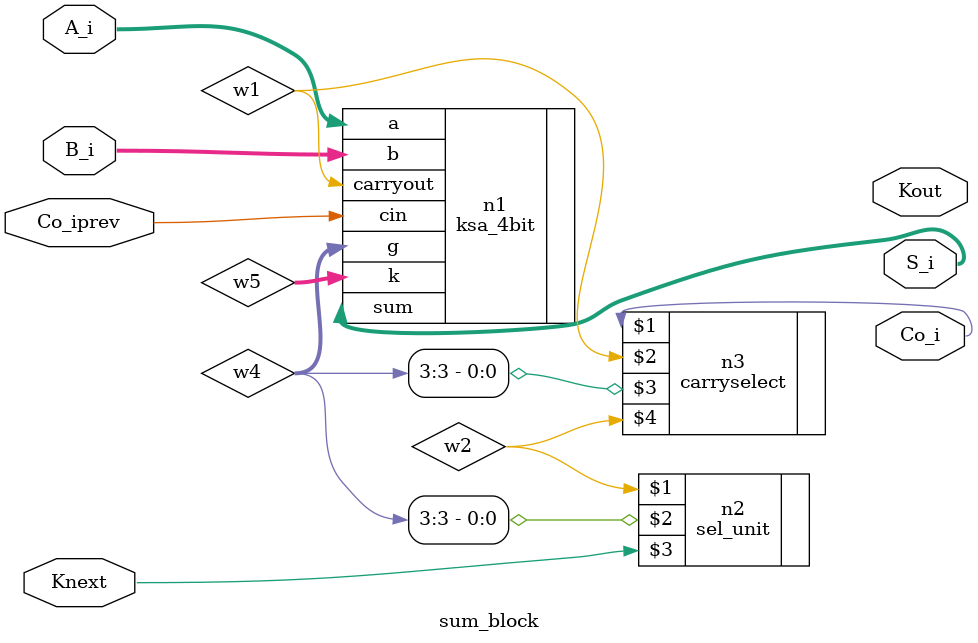
<source format=v>
`timescale 1ns / 1ps
module sum_block(S_i,Co_i,Kout,A_i,B_i,Co_iprev,Knext
    );
output [3:0] S_i;
output Co_i,Kout;
input [3:0] A_i,B_i;
input Co_iprev,Knext;
wire w1,w2;
wire [3:0] w3,w4,w5 ;

ksa_4bit n1(.sum(S_i),.carryout(w1),.g(w4),.k(w5),.a(A_i),.b(B_i),.cin(Co_iprev));
sel_unit n2(w2,w4[3],Knext);

//assign w6=((w3[3]&w4[2])|(w3[3]&w3[2]&w4[1])|(w3[3]&w3[2]&w3[1]&w4[0]));
 
carryselect n3(Co_i,w1,w4[3],w2);

endmodule

</source>
